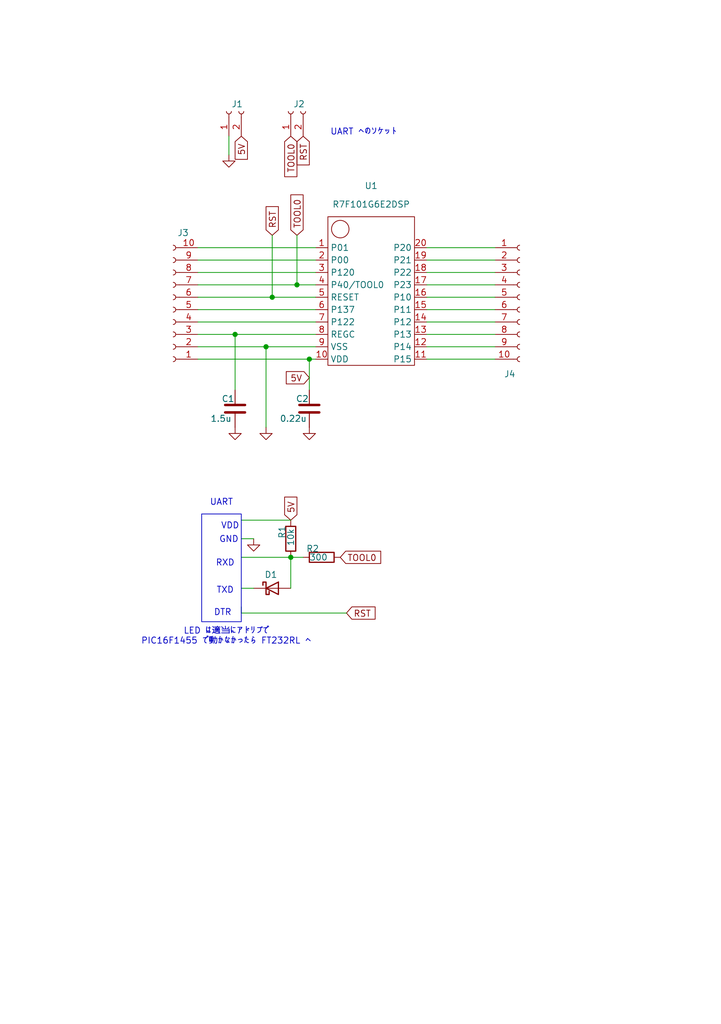
<source format=kicad_sch>
(kicad_sch (version 20250114) (generator "eeschema") (generator_version "9.0")
  (paper "A5" portrait)
  (lib_symbols
    (symbol "0Ore:R7F101G6E2DSP"
      (property "Reference" "U" (at 0 0 0))
      (symbol "R7F101G6E2DSP_0_1"
        (rectangle (start -8.89 31.75) (end 8.89 1.27))
        (circle (center -6.35 29.21) (radius 1.7961))
      )
      (symbol "R7F101G6E2DSP_1_1"
        (pin unspecified line (at -11.43 25.4 0) (length 2.54) (name "P01") (number "1"))
        (pin unspecified line (at -11.43 22.86 0) (length 2.54) (name "P00") (number "2"))
        (pin unspecified line (at -11.43 20.32 0) (length 2.54) (name "P120") (number "3"))
        (pin unspecified line (at -11.43 17.78 0) (length 2.54) (name "P40/TOOL0") (number "4"))
        (pin unspecified line (at -11.43 15.24 0) (length 2.54) (name "RESET") (number "5"))
        (pin unspecified line (at -11.43 12.7 0) (length 2.54) (name "P137") (number "6"))
        (pin unspecified line (at -11.43 10.16 0) (length 2.54) (name "P122") (number "7"))
        (pin unspecified line (at -11.43 7.62 0) (length 2.54) (name "REGC") (number "8"))
        (pin unspecified line (at -11.43 5.08 0) (length 2.54) (name "VSS") (number "9"))
        (pin unspecified line (at -11.43 2.54 0) (length 2.54) (name "VDD") (number "10"))
        (pin unspecified line (at 11.43 25.4 180) (length 2.54) (name "P20") (number "20"))
        (pin unspecified line (at 11.43 22.86 180) (length 2.54) (name "P21") (number "19"))
        (pin unspecified line (at 11.43 20.32 180) (length 2.54) (name "P22") (number "18"))
        (pin unspecified line (at 11.43 17.78 180) (length 2.54) (name "P23") (number "17"))
        (pin unspecified line (at 11.43 15.24 180) (length 2.54) (name "P10") (number "16"))
        (pin unspecified line (at 11.43 12.7 180) (length 2.54) (name "P11") (number "15"))
        (pin unspecified line (at 11.43 10.16 180) (length 2.54) (name "P12") (number "14"))
        (pin unspecified line (at 11.43 7.62 180) (length 2.54) (name "P13") (number "13"))
        (pin unspecified line (at 11.43 5.08 180) (length 2.54) (name "P14") (number "12"))
        (pin unspecified line (at 11.43 2.54 180) (length 2.54) (name "P15") (number "11"))
      )
    )
    (symbol "Connector:Conn_01x02_Socket" (pin_names (offset 1.016) (hide yes))
      (property "Reference" "J" (at 0 2.54 0))
      (property "Value" "Conn_01x02_Socket" (at 0 -5.08 0))
      (symbol "Conn_01x02_Socket_1_1"
        (polyline (pts (xy -1.27 0) (xy -0.508 0)) (stroke (width 0.1524)))
        (polyline (pts (xy -1.27 -2.54) (xy -0.508 -2.54)) (stroke (width 0.1524)))
        (arc (start 0 -0.508) (mid -0.5058 0) (end 0 0.508) (stroke (width 0.1524)))
        (arc (start 0 -3.048) (mid -0.5058 -2.54) (end 0 -2.032) (stroke (width 0.1524)))
        (pin passive line (at -5.08 0 0) (length 3.81) (name "Pin_1") (number "1"))
        (pin passive line (at -5.08 -2.54 0) (length 3.81) (name "Pin_2") (number "2"))
      )
    )
    (symbol "Connector:Conn_01x10_Socket" (pin_names (offset 1.016) (hide yes))
      (property "Reference" "J" (at 0 12.7 0))
      (property "Value" "Conn_01x10_Socket" (at 0 -15.24 0))
      (symbol "Conn_01x10_Socket_1_1"
        (polyline (pts (xy -1.27 10.16) (xy -0.508 10.16)) (stroke (width 0.1524)))
        (polyline (pts (xy -1.27 7.62) (xy -0.508 7.62)) (stroke (width 0.1524)))
        (polyline (pts (xy -1.27 5.08) (xy -0.508 5.08)) (stroke (width 0.1524)))
        (polyline (pts (xy -1.27 2.54) (xy -0.508 2.54)) (stroke (width 0.1524)))
        (polyline (pts (xy -1.27 0) (xy -0.508 0)) (stroke (width 0.1524)))
        (polyline (pts (xy -1.27 -2.54) (xy -0.508 -2.54)) (stroke (width 0.1524)))
        (polyline (pts (xy -1.27 -5.08) (xy -0.508 -5.08)) (stroke (width 0.1524)))
        (polyline (pts (xy -1.27 -7.62) (xy -0.508 -7.62)) (stroke (width 0.1524)))
        (polyline (pts (xy -1.27 -10.16) (xy -0.508 -10.16)) (stroke (width 0.1524)))
        (polyline (pts (xy -1.27 -12.7) (xy -0.508 -12.7)) (stroke (width 0.1524)))
        (arc (start 0 9.652) (mid -0.5058 10.16) (end 0 10.668) (stroke (width 0.1524)))
        (arc (start 0 7.112) (mid -0.5058 7.62) (end 0 8.128) (stroke (width 0.1524)))
        (arc (start 0 4.572) (mid -0.5058 5.08) (end 0 5.588) (stroke (width 0.1524)))
        (arc (start 0 2.032) (mid -0.5058 2.54) (end 0 3.048) (stroke (width 0.1524)))
        (arc (start 0 -0.508) (mid -0.5058 0) (end 0 0.508) (stroke (width 0.1524)))
        (arc (start 0 -3.048) (mid -0.5058 -2.54) (end 0 -2.032) (stroke (width 0.1524)))
        (arc (start 0 -5.588) (mid -0.5058 -5.08) (end 0 -4.572) (stroke (width 0.1524)))
        (arc (start 0 -8.128) (mid -0.5058 -7.62) (end 0 -7.112) (stroke (width 0.1524)))
        (arc (start 0 -10.668) (mid -0.5058 -10.16) (end 0 -9.652) (stroke (width 0.1524)))
        (arc (start 0 -13.208) (mid -0.5058 -12.7) (end 0 -12.192) (stroke (width 0.1524)))
        (pin passive line (at -5.08 10.16 0) (length 3.81) (name "Pin_1") (number "1"))
        (pin passive line (at -5.08 7.62 0) (length 3.81) (name "Pin_2") (number "2"))
        (pin passive line (at -5.08 5.08 0) (length 3.81) (name "Pin_3") (number "3"))
        (pin passive line (at -5.08 2.54 0) (length 3.81) (name "Pin_4") (number "4"))
        (pin passive line (at -5.08 0 0) (length 3.81) (name "Pin_5") (number "5"))
        (pin passive line (at -5.08 -2.54 0) (length 3.81) (name "Pin_6") (number "6"))
        (pin passive line (at -5.08 -5.08 0) (length 3.81) (name "Pin_7") (number "7"))
        (pin passive line (at -5.08 -7.62 0) (length 3.81) (name "Pin_8") (number "8"))
        (pin passive line (at -5.08 -10.16 0) (length 3.81) (name "Pin_9") (number "9"))
        (pin passive line (at -5.08 -12.7 0) (length 3.81) (name "Pin_10") (number "10"))
      )
    )
    (symbol "Device:C" (pin_numbers (hide yes)) (pin_names (offset 0.254))
      (property "Reference" "C" (at 0.635 2.54 0))
      (property "Value" "C" (at 0.635 -2.54 0))
      (symbol "C_0_1"
        (polyline (pts (xy -2.032 0.762) (xy 2.032 0.762)) (stroke (width 0.508)))
        (polyline (pts (xy -2.032 -0.762) (xy 2.032 -0.762)) (stroke (width 0.508)))
      )
      (symbol "C_1_1"
        (pin passive line (at 0 3.81 270) (length 2.794) (name "~") (number "1"))
        (pin passive line (at 0 -3.81 90) (length 2.794) (name "~") (number "2"))
      )
    )
    (symbol "Device:D_Schottky" (pin_numbers (hide yes)) (pin_names (offset 1.016) (hide yes))
      (property "Reference" "D" (at 0 2.54 0))
      (property "Value" "D_Schottky" (at 0 -2.54 0))
      (symbol "D_Schottky_0_1"
        (polyline (pts (xy -1.905 0.635) (xy -1.905 1.27) (xy -1.27 1.27) (xy -1.27 -1.27) (xy -0.635 -1.27) (xy -0.635 -0.635)) (stroke (width 0.254)))
        (polyline (pts (xy 1.27 1.27) (xy 1.27 -1.27) (xy -1.27 0) (xy 1.27 1.27)) (stroke (width 0.254)))
        (polyline (pts (xy 1.27 0) (xy -1.27 0)))
      )
      (symbol "D_Schottky_1_1"
        (pin passive line (at -3.81 0 0) (length 2.54) (name "K") (number "1"))
        (pin passive line (at 3.81 0 180) (length 2.54) (name "A") (number "2"))
      )
    )
    (symbol "Device:R" (pin_numbers (hide yes)) (pin_names (offset 0))
      (property "Reference" "R" (at 2.032 0 90))
      (property "Value" "R" (at 0 0 90))
      (symbol "R_0_1"
        (rectangle (start -1.016 -2.54) (end 1.016 2.54) (stroke (width 0.254)))
      )
      (symbol "R_1_1"
        (pin passive line (at 0 3.81 270) (length 1.27) (name "~") (number "1"))
        (pin passive line (at 0 -3.81 90) (length 1.27) (name "~") (number "2"))
      )
    )
    (symbol "power:GND" (power) (pin_numbers (hide yes)) (pin_names (offset 0) (hide yes))
      (property "Value" "GND" (at 0 -3.81 0))
      (symbol "GND_0_1"
        (polyline (pts (xy 0 0) (xy 0 -1.27) (xy 1.27 -1.27) (xy 0 -2.54) (xy -1.27 -1.27) (xy 0 -1.27)))
      )
      (symbol "GND_1_1"
        (pin power_in line (at 0 0 270) (length 0) (name "~") (number "1"))
      )
    )
  )
  (rectangle (start 41.402 105.41) (end 49.53 127.508))
  (text "VDD" (at 47.244 107.95 0) (effects (font (size 1.27 1.27))))
  (text "RXD" (at 46.228 115.57 0) (effects (font (size 1.27 1.27))))
  (text "LED は適当にアドリブで\nPIC16F1455 で動かなかったら FT232RL へ" (at 46.482 130.556 0) (effects (font (size 1.27 1.27))))
  (text "DTR" (at 45.72 125.73 0) (effects (font (size 1.27 1.27))))
  (text "UART" (at 45.466 103.124 0) (effects (font (size 1.27 1.27))))
  (text "UART へのソケット" (at 74.676 27.178 0) (effects (font (size 1.27 1.27))))
  (text "GND" (at 46.99 110.744 0) (effects (font (size 1.27 1.27))))
  (text "TXD" (at 46.228 121.158 0) (effects (font (size 1.27 1.27))))
  (junction (at 63.5 73.66))
  (junction (at 59.69 114.3))
  (junction (at 55.88 60.96))
  (junction (at 60.96 58.42))
  (junction (at 48.26 68.58))
  (junction (at 54.61 71.12))
  (wire (pts (xy 40.64 58.42) (xy 60.96 58.42)))
  (wire (pts (xy 48.26 80.01) (xy 48.26 68.58)))
  (wire (pts (xy 48.26 68.58) (xy 64.77 68.58)))
  (wire (pts (xy 40.64 68.58) (xy 48.26 68.58)))
  (wire (pts (xy 40.64 60.96) (xy 55.88 60.96)))
  (wire (pts (xy 87.63 66.04) (xy 101.6 66.04)))
  (wire (pts (xy 59.69 114.3) (xy 59.69 120.65)))
  (wire (pts (xy 40.64 73.66) (xy 63.5 73.66)))
  (wire (pts (xy 40.64 71.12) (xy 54.61 71.12)))
  (wire (pts (xy 49.53 114.3) (xy 59.69 114.3)))
  (wire (pts (xy 55.88 48.26) (xy 55.88 60.96)))
  (wire (pts (xy 63.5 73.66) (xy 63.5 80.01)))
  (wire (pts (xy 64.77 71.12) (xy 54.61 71.12)))
  (wire (pts (xy 46.99 31.75) (xy 46.99 27.94)))
  (wire (pts (xy 87.63 63.5) (xy 101.6 63.5)))
  (wire (pts (xy 54.61 71.12) (xy 54.61 87.63)))
  (wire (pts (xy 60.96 58.42) (xy 64.77 58.42)))
  (wire (pts (xy 49.53 120.65) (xy 52.07 120.65)))
  (wire (pts (xy 40.64 63.5) (xy 64.77 63.5)))
  (wire (pts (xy 64.77 73.66) (xy 63.5 73.66)))
  (wire (pts (xy 40.64 50.8) (xy 64.77 50.8)))
  (wire (pts (xy 87.63 50.8) (xy 101.6 50.8)))
  (wire (pts (xy 71.12 125.73) (xy 49.53 125.73)))
  (wire (pts (xy 87.63 53.34) (xy 101.6 53.34)))
  (wire (pts (xy 60.96 48.26) (xy 60.96 58.42)))
  (wire (pts (xy 49.53 106.68) (xy 59.69 106.68)))
  (wire (pts (xy 40.64 55.88) (xy 64.77 55.88)))
  (wire (pts (xy 49.53 110.49) (xy 52.07 110.49)))
  (wire (pts (xy 87.63 58.42) (xy 101.6 58.42)))
  (wire (pts (xy 55.88 60.96) (xy 64.77 60.96)))
  (wire (pts (xy 87.63 71.12) (xy 101.6 71.12)))
  (wire (pts (xy 87.63 68.58) (xy 101.6 68.58)))
  (wire (pts (xy 87.63 60.96) (xy 101.6 60.96)))
  (wire (pts (xy 40.64 53.34) (xy 64.77 53.34)))
  (wire (pts (xy 87.63 55.88) (xy 101.6 55.88)))
  (wire (pts (xy 87.63 73.66) (xy 101.6 73.66)))
  (wire (pts (xy 59.69 114.3) (xy 62.23 114.3)))
  (wire (pts (xy 49.53 124.46) (xy 49.53 125.73)))
  (wire (pts (xy 40.64 66.04) (xy 64.77 66.04)))
  (global_label "5V" (shape input) (at 49.53 27.94 270) (property "Intersheetrefs" "${INTERSHEET_REFS}" (effects (hide yes))))
  (global_label "TOOL0" (shape input) (at 59.69 27.94 270) (property "Intersheetrefs" "${INTERSHEET_REFS}" (effects (hide yes))))
  (global_label "RST" (shape input) (at 62.23 27.94 270) (property "Intersheetrefs" "${INTERSHEET_REFS}" (effects (hide yes))))
  (global_label "TOOL0" (shape input) (at 60.96 48.26 90) (property "Intersheetrefs" "${INTERSHEET_REFS}" (effects (hide yes))))
  (global_label "RST" (shape input) (at 71.12 125.73 0) (property "Intersheetrefs" "${INTERSHEET_REFS}" (effects (hide yes))))
  (global_label "5V" (shape input) (at 59.69 106.68 90) (property "Intersheetrefs" "${INTERSHEET_REFS}" (effects (hide yes))))
  (global_label "5V" (shape input) (at 63.5 77.47 180) (property "Intersheetrefs" "${INTERSHEET_REFS}" (effects (hide yes))))
  (global_label "RST" (shape input) (at 55.88 48.26 90) (property "Intersheetrefs" "${INTERSHEET_REFS}" (effects (hide yes))))
  (global_label "TOOL0" (shape input) (at 69.85 114.3 0) (property "Intersheetrefs" "${INTERSHEET_REFS}" (effects (hide yes))))
  (symbol (lib_id "power:GND") (at 52.07 110.49 0) (unit 1)
    (property "Reference" "#PWR05" (effects (hide yes)))
    (property "Value" "GND" (effects (hide yes)))
    (property "Description" "Power symbol creates a global label with name \"GND\" , ground" (effects (hide yes)))
  )
  (symbol (lib_id "Connector:Conn_01x10_Socket") (at 35.56 63.5 180) (unit 1)
    (property "Reference" "J3" (at 37.592 47.752 0))
    (property "Value" "Conn_01x10_Socket" (effects (hide yes)))
    (property "Description" "Generic connector, single row, 01x10, script generated" (effects (hide yes)))
  )
  (symbol (lib_id "power:GND") (at 63.5 87.63 0) (unit 1)
    (property "Reference" "#PWR02" (effects (hide yes)))
    (property "Value" "GND" (effects (hide yes)))
    (property "Description" "Power symbol creates a global label with name \"GND\" , ground" (effects (hide yes)))
  )
  (symbol (lib_id "Device:R") (at 66.04 114.3 90) (unit 1)
    (property "Reference" "R2" (at 65.532 112.522 90) (effects (justify left)))
    (property "Value" "300" (at 67.31 114.3 90) (effects (justify left)))
    (property "Description" "Resistor" (effects (hide yes)))
  )
  (symbol (lib_id "power:GND") (at 48.26 87.63 0) (unit 1)
    (property "Reference" "#PWR01" (effects (hide yes)))
    (property "Value" "GND" (effects (hide yes)))
    (property "Description" "Power symbol creates a global label with name \"GND\" , ground" (effects (hide yes)))
  )
  (symbol (lib_id "Connector:Conn_01x10_Socket") (at 106.68 60.96 0) (unit 1)
    (property "Reference" "J4" (at 104.648 76.708 0))
    (property "Value" "Conn_01x10_Socket" (effects (hide yes)))
    (property "Description" "Generic connector, single row, 01x10, script generated" (effects (hide yes)))
  )
  (symbol (lib_id "Device:R") (at 59.69 110.49 0) (unit 1)
    (property "Reference" "R1" (at 57.912 110.49 90) (effects (justify left)))
    (property "Value" "10k" (at 59.69 112.014 90) (effects (justify left)))
    (property "Description" "Resistor" (effects (hide yes)))
  )
  (symbol (lib_id "power:GND") (at 46.99 31.75 0) (unit 1)
    (property "Reference" "#PWR04" (effects (hide yes)))
    (property "Value" "GND" (effects (hide yes)))
    (property "Description" "Power symbol creates a global label with name \"GND\" , ground" (effects (hide yes)))
  )
  (symbol (lib_id "Device:C") (at 48.26 83.82 0) (unit 1)
    (property "Reference" "C1" (at 45.466 81.788 0) (effects (justify left)))
    (property "Value" "1.5u" (at 43.18 85.852 0) (effects (justify left)))
    (property "Description" "Unpolarized capacitor" (effects (hide yes)))
  )
  (symbol (lib_id "0Ore:R7F101G6E2DSP") (at 76.2 76.2 0) (unit 1)
    (property "Reference" "U1" (at 76.2 38.1 0))
    (property "Value" "R7F101G6E2DSP" (at 76.2 41.91 0))
  )
  (symbol (lib_id "Connector:Conn_01x02_Socket") (at 59.69 22.86 90) (unit 1)
    (property "Reference" "J2" (at 60.198 21.336 90) (effects (justify right)))
    (property "Value" "Conn_01x02_Socket" (effects (hide yes)))
    (property "Description" "Generic connector, single row, 01x02, script generated" (effects (hide yes)))
  )
  (symbol (lib_id "Connector:Conn_01x02_Socket") (at 46.99 22.86 90) (unit 1)
    (property "Reference" "J1" (at 47.498 21.336 90) (effects (justify right)))
    (property "Value" "Conn_01x02_Socket" (effects (hide yes)))
    (property "Description" "Generic connector, single row, 01x02, script generated" (effects (hide yes)))
  )
  (symbol (lib_id "power:GND") (at 54.61 87.63 0) (unit 1)
    (property "Reference" "#PWR03" (effects (hide yes)))
    (property "Value" "GND" (effects (hide yes)))
    (property "Description" "Power symbol creates a global label with name \"GND\" , ground" (effects (hide yes)))
  )
  (symbol (lib_id "Device:C") (at 63.5 83.82 0) (unit 1)
    (property "Reference" "C2" (at 60.706 81.788 0) (effects (justify left)))
    (property "Value" "0.22u" (at 57.404 85.852 0) (effects (justify left)))
    (property "Description" "Unpolarized capacitor" (effects (hide yes)))
  )
  (symbol (lib_id "Device:D_Schottky") (at 55.88 120.65 0) (unit 1)
    (property "Reference" "D1" (at 55.626 117.856 0))
    (property "Value" "D_Schottky" (effects (hide yes)))
    (property "Description" "Schottky diode" (effects (hide yes)))
  )
)
</source>
